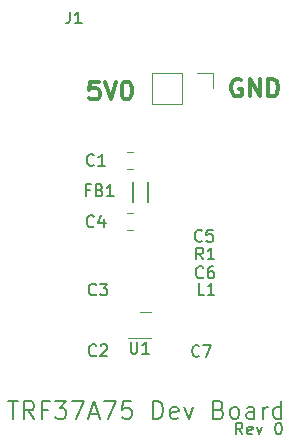
<source format=gto>
G04 #@! TF.GenerationSoftware,KiCad,Pcbnew,(5.1.0)-1*
G04 #@! TF.CreationDate,2019-03-22T19:36:58+11:00*
G04 #@! TF.ProjectId,TRF37A75_Dev_Rev_0,54524633-3741-4373-955f-4465765f5265,rev?*
G04 #@! TF.SameCoordinates,Original*
G04 #@! TF.FileFunction,Legend,Top*
G04 #@! TF.FilePolarity,Positive*
%FSLAX46Y46*%
G04 Gerber Fmt 4.6, Leading zero omitted, Abs format (unit mm)*
G04 Created by KiCad (PCBNEW (5.1.0)-1) date 2019-03-22 19:36:58*
%MOMM*%
%LPD*%
G04 APERTURE LIST*
%ADD10C,0.300000*%
%ADD11C,0.120000*%
%ADD12C,0.150000*%
%ADD13C,0.200000*%
G04 APERTURE END LIST*
D10*
X127607142Y-67950000D02*
X127464285Y-67878571D01*
X127250000Y-67878571D01*
X127035714Y-67950000D01*
X126892857Y-68092857D01*
X126821428Y-68235714D01*
X126750000Y-68521428D01*
X126750000Y-68735714D01*
X126821428Y-69021428D01*
X126892857Y-69164285D01*
X127035714Y-69307142D01*
X127250000Y-69378571D01*
X127392857Y-69378571D01*
X127607142Y-69307142D01*
X127678571Y-69235714D01*
X127678571Y-68735714D01*
X127392857Y-68735714D01*
X128321428Y-69378571D02*
X128321428Y-67878571D01*
X129178571Y-69378571D01*
X129178571Y-67878571D01*
X129892857Y-69378571D02*
X129892857Y-67878571D01*
X130250000Y-67878571D01*
X130464285Y-67950000D01*
X130607142Y-68092857D01*
X130678571Y-68235714D01*
X130750000Y-68521428D01*
X130750000Y-68735714D01*
X130678571Y-69021428D01*
X130607142Y-69164285D01*
X130464285Y-69307142D01*
X130250000Y-69378571D01*
X129892857Y-69378571D01*
X115550000Y-68128571D02*
X114835714Y-68128571D01*
X114764285Y-68842857D01*
X114835714Y-68771428D01*
X114978571Y-68700000D01*
X115335714Y-68700000D01*
X115478571Y-68771428D01*
X115550000Y-68842857D01*
X115621428Y-68985714D01*
X115621428Y-69342857D01*
X115550000Y-69485714D01*
X115478571Y-69557142D01*
X115335714Y-69628571D01*
X114978571Y-69628571D01*
X114835714Y-69557142D01*
X114764285Y-69485714D01*
X116050000Y-68128571D02*
X116550000Y-69628571D01*
X117050000Y-68128571D01*
X117835714Y-68128571D02*
X117978571Y-68128571D01*
X118121428Y-68200000D01*
X118192857Y-68271428D01*
X118264285Y-68414285D01*
X118335714Y-68700000D01*
X118335714Y-69057142D01*
X118264285Y-69342857D01*
X118192857Y-69485714D01*
X118121428Y-69557142D01*
X117978571Y-69628571D01*
X117835714Y-69628571D01*
X117692857Y-69557142D01*
X117621428Y-69485714D01*
X117550000Y-69342857D01*
X117478571Y-69057142D01*
X117478571Y-68700000D01*
X117550000Y-68414285D01*
X117621428Y-68271428D01*
X117692857Y-68200000D01*
X117835714Y-68128571D01*
D11*
X118458578Y-75510000D02*
X117941422Y-75510000D01*
X118458578Y-74090000D02*
X117941422Y-74090000D01*
X118458578Y-79290000D02*
X117941422Y-79290000D01*
X118458578Y-80710000D02*
X117941422Y-80710000D01*
D12*
X119750000Y-78300000D02*
X119750000Y-76600000D01*
X118450000Y-78300000D02*
X118450000Y-76600000D01*
D11*
X120030000Y-67370000D02*
X120030000Y-70030000D01*
X122630000Y-67370000D02*
X120030000Y-67370000D01*
X122630000Y-70030000D02*
X120030000Y-70030000D01*
X122630000Y-67370000D02*
X122630000Y-70030000D01*
X123900000Y-67370000D02*
X125230000Y-67370000D01*
X125230000Y-67370000D02*
X125230000Y-68700000D01*
X119000000Y-87590000D02*
X120000000Y-87590000D01*
X118000000Y-89810000D02*
X120000000Y-89810000D01*
D12*
X115133333Y-75157142D02*
X115085714Y-75204761D01*
X114942857Y-75252380D01*
X114847619Y-75252380D01*
X114704761Y-75204761D01*
X114609523Y-75109523D01*
X114561904Y-75014285D01*
X114514285Y-74823809D01*
X114514285Y-74680952D01*
X114561904Y-74490476D01*
X114609523Y-74395238D01*
X114704761Y-74300000D01*
X114847619Y-74252380D01*
X114942857Y-74252380D01*
X115085714Y-74300000D01*
X115133333Y-74347619D01*
X116085714Y-75252380D02*
X115514285Y-75252380D01*
X115800000Y-75252380D02*
X115800000Y-74252380D01*
X115704761Y-74395238D01*
X115609523Y-74490476D01*
X115514285Y-74538095D01*
X115333333Y-91282142D02*
X115285714Y-91329761D01*
X115142857Y-91377380D01*
X115047619Y-91377380D01*
X114904761Y-91329761D01*
X114809523Y-91234523D01*
X114761904Y-91139285D01*
X114714285Y-90948809D01*
X114714285Y-90805952D01*
X114761904Y-90615476D01*
X114809523Y-90520238D01*
X114904761Y-90425000D01*
X115047619Y-90377380D01*
X115142857Y-90377380D01*
X115285714Y-90425000D01*
X115333333Y-90472619D01*
X115714285Y-90472619D02*
X115761904Y-90425000D01*
X115857142Y-90377380D01*
X116095238Y-90377380D01*
X116190476Y-90425000D01*
X116238095Y-90472619D01*
X116285714Y-90567857D01*
X116285714Y-90663095D01*
X116238095Y-90805952D01*
X115666666Y-91377380D01*
X116285714Y-91377380D01*
X115333333Y-86132142D02*
X115285714Y-86179761D01*
X115142857Y-86227380D01*
X115047619Y-86227380D01*
X114904761Y-86179761D01*
X114809523Y-86084523D01*
X114761904Y-85989285D01*
X114714285Y-85798809D01*
X114714285Y-85655952D01*
X114761904Y-85465476D01*
X114809523Y-85370238D01*
X114904761Y-85275000D01*
X115047619Y-85227380D01*
X115142857Y-85227380D01*
X115285714Y-85275000D01*
X115333333Y-85322619D01*
X115666666Y-85227380D02*
X116285714Y-85227380D01*
X115952380Y-85608333D01*
X116095238Y-85608333D01*
X116190476Y-85655952D01*
X116238095Y-85703571D01*
X116285714Y-85798809D01*
X116285714Y-86036904D01*
X116238095Y-86132142D01*
X116190476Y-86179761D01*
X116095238Y-86227380D01*
X115809523Y-86227380D01*
X115714285Y-86179761D01*
X115666666Y-86132142D01*
X115133333Y-80357142D02*
X115085714Y-80404761D01*
X114942857Y-80452380D01*
X114847619Y-80452380D01*
X114704761Y-80404761D01*
X114609523Y-80309523D01*
X114561904Y-80214285D01*
X114514285Y-80023809D01*
X114514285Y-79880952D01*
X114561904Y-79690476D01*
X114609523Y-79595238D01*
X114704761Y-79500000D01*
X114847619Y-79452380D01*
X114942857Y-79452380D01*
X115085714Y-79500000D01*
X115133333Y-79547619D01*
X115990476Y-79785714D02*
X115990476Y-80452380D01*
X115752380Y-79404761D02*
X115514285Y-80119047D01*
X116133333Y-80119047D01*
X124283333Y-81582142D02*
X124235714Y-81629761D01*
X124092857Y-81677380D01*
X123997619Y-81677380D01*
X123854761Y-81629761D01*
X123759523Y-81534523D01*
X123711904Y-81439285D01*
X123664285Y-81248809D01*
X123664285Y-81105952D01*
X123711904Y-80915476D01*
X123759523Y-80820238D01*
X123854761Y-80725000D01*
X123997619Y-80677380D01*
X124092857Y-80677380D01*
X124235714Y-80725000D01*
X124283333Y-80772619D01*
X125188095Y-80677380D02*
X124711904Y-80677380D01*
X124664285Y-81153571D01*
X124711904Y-81105952D01*
X124807142Y-81058333D01*
X125045238Y-81058333D01*
X125140476Y-81105952D01*
X125188095Y-81153571D01*
X125235714Y-81248809D01*
X125235714Y-81486904D01*
X125188095Y-81582142D01*
X125140476Y-81629761D01*
X125045238Y-81677380D01*
X124807142Y-81677380D01*
X124711904Y-81629761D01*
X124664285Y-81582142D01*
X124383333Y-84682142D02*
X124335714Y-84729761D01*
X124192857Y-84777380D01*
X124097619Y-84777380D01*
X123954761Y-84729761D01*
X123859523Y-84634523D01*
X123811904Y-84539285D01*
X123764285Y-84348809D01*
X123764285Y-84205952D01*
X123811904Y-84015476D01*
X123859523Y-83920238D01*
X123954761Y-83825000D01*
X124097619Y-83777380D01*
X124192857Y-83777380D01*
X124335714Y-83825000D01*
X124383333Y-83872619D01*
X125240476Y-83777380D02*
X125050000Y-83777380D01*
X124954761Y-83825000D01*
X124907142Y-83872619D01*
X124811904Y-84015476D01*
X124764285Y-84205952D01*
X124764285Y-84586904D01*
X124811904Y-84682142D01*
X124859523Y-84729761D01*
X124954761Y-84777380D01*
X125145238Y-84777380D01*
X125240476Y-84729761D01*
X125288095Y-84682142D01*
X125335714Y-84586904D01*
X125335714Y-84348809D01*
X125288095Y-84253571D01*
X125240476Y-84205952D01*
X125145238Y-84158333D01*
X124954761Y-84158333D01*
X124859523Y-84205952D01*
X124811904Y-84253571D01*
X124764285Y-84348809D01*
X124058333Y-91332142D02*
X124010714Y-91379761D01*
X123867857Y-91427380D01*
X123772619Y-91427380D01*
X123629761Y-91379761D01*
X123534523Y-91284523D01*
X123486904Y-91189285D01*
X123439285Y-90998809D01*
X123439285Y-90855952D01*
X123486904Y-90665476D01*
X123534523Y-90570238D01*
X123629761Y-90475000D01*
X123772619Y-90427380D01*
X123867857Y-90427380D01*
X124010714Y-90475000D01*
X124058333Y-90522619D01*
X124391666Y-90427380D02*
X125058333Y-90427380D01*
X124629761Y-91427380D01*
X114766666Y-77303571D02*
X114433333Y-77303571D01*
X114433333Y-77827380D02*
X114433333Y-76827380D01*
X114909523Y-76827380D01*
X115623809Y-77303571D02*
X115766666Y-77351190D01*
X115814285Y-77398809D01*
X115861904Y-77494047D01*
X115861904Y-77636904D01*
X115814285Y-77732142D01*
X115766666Y-77779761D01*
X115671428Y-77827380D01*
X115290476Y-77827380D01*
X115290476Y-76827380D01*
X115623809Y-76827380D01*
X115719047Y-76875000D01*
X115766666Y-76922619D01*
X115814285Y-77017857D01*
X115814285Y-77113095D01*
X115766666Y-77208333D01*
X115719047Y-77255952D01*
X115623809Y-77303571D01*
X115290476Y-77303571D01*
X116814285Y-77827380D02*
X116242857Y-77827380D01*
X116528571Y-77827380D02*
X116528571Y-76827380D01*
X116433333Y-76970238D01*
X116338095Y-77065476D01*
X116242857Y-77113095D01*
X113116666Y-62202380D02*
X113116666Y-62916666D01*
X113069047Y-63059523D01*
X112973809Y-63154761D01*
X112830952Y-63202380D01*
X112735714Y-63202380D01*
X114116666Y-63202380D02*
X113545238Y-63202380D01*
X113830952Y-63202380D02*
X113830952Y-62202380D01*
X113735714Y-62345238D01*
X113640476Y-62440476D01*
X113545238Y-62488095D01*
X124483333Y-86177380D02*
X124007142Y-86177380D01*
X124007142Y-85177380D01*
X125340476Y-86177380D02*
X124769047Y-86177380D01*
X125054761Y-86177380D02*
X125054761Y-85177380D01*
X124959523Y-85320238D01*
X124864285Y-85415476D01*
X124769047Y-85463095D01*
X124383333Y-83177380D02*
X124050000Y-82701190D01*
X123811904Y-83177380D02*
X123811904Y-82177380D01*
X124192857Y-82177380D01*
X124288095Y-82225000D01*
X124335714Y-82272619D01*
X124383333Y-82367857D01*
X124383333Y-82510714D01*
X124335714Y-82605952D01*
X124288095Y-82653571D01*
X124192857Y-82701190D01*
X123811904Y-82701190D01*
X125335714Y-83177380D02*
X124764285Y-83177380D01*
X125050000Y-83177380D02*
X125050000Y-82177380D01*
X124954761Y-82320238D01*
X124859523Y-82415476D01*
X124764285Y-82463095D01*
X118238095Y-90152380D02*
X118238095Y-90961904D01*
X118285714Y-91057142D01*
X118333333Y-91104761D01*
X118428571Y-91152380D01*
X118619047Y-91152380D01*
X118714285Y-91104761D01*
X118761904Y-91057142D01*
X118809523Y-90961904D01*
X118809523Y-90152380D01*
X119809523Y-91152380D02*
X119238095Y-91152380D01*
X119523809Y-91152380D02*
X119523809Y-90152380D01*
X119428571Y-90295238D01*
X119333333Y-90390476D01*
X119238095Y-90438095D01*
X127717857Y-98002380D02*
X127384523Y-97526190D01*
X127146428Y-98002380D02*
X127146428Y-97002380D01*
X127527380Y-97002380D01*
X127622619Y-97050000D01*
X127670238Y-97097619D01*
X127717857Y-97192857D01*
X127717857Y-97335714D01*
X127670238Y-97430952D01*
X127622619Y-97478571D01*
X127527380Y-97526190D01*
X127146428Y-97526190D01*
X128527380Y-97954761D02*
X128432142Y-98002380D01*
X128241666Y-98002380D01*
X128146428Y-97954761D01*
X128098809Y-97859523D01*
X128098809Y-97478571D01*
X128146428Y-97383333D01*
X128241666Y-97335714D01*
X128432142Y-97335714D01*
X128527380Y-97383333D01*
X128575000Y-97478571D01*
X128575000Y-97573809D01*
X128098809Y-97669047D01*
X128908333Y-97335714D02*
X129146428Y-98002380D01*
X129384523Y-97335714D01*
X130717857Y-97002380D02*
X130813095Y-97002380D01*
X130908333Y-97050000D01*
X130955952Y-97097619D01*
X131003571Y-97192857D01*
X131051190Y-97383333D01*
X131051190Y-97621428D01*
X131003571Y-97811904D01*
X130955952Y-97907142D01*
X130908333Y-97954761D01*
X130813095Y-98002380D01*
X130717857Y-98002380D01*
X130622619Y-97954761D01*
X130575000Y-97907142D01*
X130527380Y-97811904D01*
X130479761Y-97621428D01*
X130479761Y-97383333D01*
X130527380Y-97192857D01*
X130575000Y-97097619D01*
X130622619Y-97050000D01*
X130717857Y-97002380D01*
D13*
X107871428Y-95178571D02*
X108728571Y-95178571D01*
X108300000Y-96678571D02*
X108300000Y-95178571D01*
X110085714Y-96678571D02*
X109585714Y-95964285D01*
X109228571Y-96678571D02*
X109228571Y-95178571D01*
X109800000Y-95178571D01*
X109942857Y-95250000D01*
X110014285Y-95321428D01*
X110085714Y-95464285D01*
X110085714Y-95678571D01*
X110014285Y-95821428D01*
X109942857Y-95892857D01*
X109800000Y-95964285D01*
X109228571Y-95964285D01*
X111228571Y-95892857D02*
X110728571Y-95892857D01*
X110728571Y-96678571D02*
X110728571Y-95178571D01*
X111442857Y-95178571D01*
X111871428Y-95178571D02*
X112800000Y-95178571D01*
X112300000Y-95750000D01*
X112514285Y-95750000D01*
X112657142Y-95821428D01*
X112728571Y-95892857D01*
X112800000Y-96035714D01*
X112800000Y-96392857D01*
X112728571Y-96535714D01*
X112657142Y-96607142D01*
X112514285Y-96678571D01*
X112085714Y-96678571D01*
X111942857Y-96607142D01*
X111871428Y-96535714D01*
X113300000Y-95178571D02*
X114300000Y-95178571D01*
X113657142Y-96678571D01*
X114800000Y-96250000D02*
X115514285Y-96250000D01*
X114657142Y-96678571D02*
X115157142Y-95178571D01*
X115657142Y-96678571D01*
X116014285Y-95178571D02*
X117014285Y-95178571D01*
X116371428Y-96678571D01*
X118300000Y-95178571D02*
X117585714Y-95178571D01*
X117514285Y-95892857D01*
X117585714Y-95821428D01*
X117728571Y-95750000D01*
X118085714Y-95750000D01*
X118228571Y-95821428D01*
X118300000Y-95892857D01*
X118371428Y-96035714D01*
X118371428Y-96392857D01*
X118300000Y-96535714D01*
X118228571Y-96607142D01*
X118085714Y-96678571D01*
X117728571Y-96678571D01*
X117585714Y-96607142D01*
X117514285Y-96535714D01*
X120157142Y-96678571D02*
X120157142Y-95178571D01*
X120514285Y-95178571D01*
X120728571Y-95250000D01*
X120871428Y-95392857D01*
X120942857Y-95535714D01*
X121014285Y-95821428D01*
X121014285Y-96035714D01*
X120942857Y-96321428D01*
X120871428Y-96464285D01*
X120728571Y-96607142D01*
X120514285Y-96678571D01*
X120157142Y-96678571D01*
X122228571Y-96607142D02*
X122085714Y-96678571D01*
X121800000Y-96678571D01*
X121657142Y-96607142D01*
X121585714Y-96464285D01*
X121585714Y-95892857D01*
X121657142Y-95750000D01*
X121800000Y-95678571D01*
X122085714Y-95678571D01*
X122228571Y-95750000D01*
X122300000Y-95892857D01*
X122300000Y-96035714D01*
X121585714Y-96178571D01*
X122800000Y-95678571D02*
X123157142Y-96678571D01*
X123514285Y-95678571D01*
X125728571Y-95892857D02*
X125942857Y-95964285D01*
X126014285Y-96035714D01*
X126085714Y-96178571D01*
X126085714Y-96392857D01*
X126014285Y-96535714D01*
X125942857Y-96607142D01*
X125800000Y-96678571D01*
X125228571Y-96678571D01*
X125228571Y-95178571D01*
X125728571Y-95178571D01*
X125871428Y-95250000D01*
X125942857Y-95321428D01*
X126014285Y-95464285D01*
X126014285Y-95607142D01*
X125942857Y-95750000D01*
X125871428Y-95821428D01*
X125728571Y-95892857D01*
X125228571Y-95892857D01*
X126942857Y-96678571D02*
X126800000Y-96607142D01*
X126728571Y-96535714D01*
X126657142Y-96392857D01*
X126657142Y-95964285D01*
X126728571Y-95821428D01*
X126800000Y-95750000D01*
X126942857Y-95678571D01*
X127157142Y-95678571D01*
X127300000Y-95750000D01*
X127371428Y-95821428D01*
X127442857Y-95964285D01*
X127442857Y-96392857D01*
X127371428Y-96535714D01*
X127300000Y-96607142D01*
X127157142Y-96678571D01*
X126942857Y-96678571D01*
X128728571Y-96678571D02*
X128728571Y-95892857D01*
X128657142Y-95750000D01*
X128514285Y-95678571D01*
X128228571Y-95678571D01*
X128085714Y-95750000D01*
X128728571Y-96607142D02*
X128585714Y-96678571D01*
X128228571Y-96678571D01*
X128085714Y-96607142D01*
X128014285Y-96464285D01*
X128014285Y-96321428D01*
X128085714Y-96178571D01*
X128228571Y-96107142D01*
X128585714Y-96107142D01*
X128728571Y-96035714D01*
X129442857Y-96678571D02*
X129442857Y-95678571D01*
X129442857Y-95964285D02*
X129514285Y-95821428D01*
X129585714Y-95750000D01*
X129728571Y-95678571D01*
X129871428Y-95678571D01*
X131014285Y-96678571D02*
X131014285Y-95178571D01*
X131014285Y-96607142D02*
X130871428Y-96678571D01*
X130585714Y-96678571D01*
X130442857Y-96607142D01*
X130371428Y-96535714D01*
X130300000Y-96392857D01*
X130300000Y-95964285D01*
X130371428Y-95821428D01*
X130442857Y-95750000D01*
X130585714Y-95678571D01*
X130871428Y-95678571D01*
X131014285Y-95750000D01*
M02*

</source>
